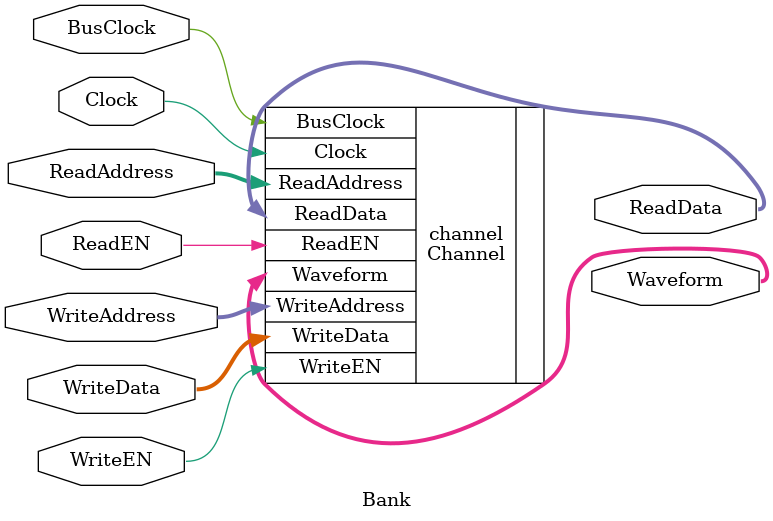
<source format=v>

module Bank #
(
    parameter ADDRESS=0
)
(
    input Clock,
    output signed [23:0] Waveform,

    //== AXI Clock ==
    input BusClock,
    //== AXI Read ==
    input [31:0] ReadAddress,
    output [31:0] ReadData,
    input ReadEN,
    //== AXI Write ==
    input [31:0] WriteAddress,
    input [31:0] WriteData,
    input WriteEN
);
    Channel #(.ADDRESS(ADDRESS)) channel
    (
        .Clock(Clock),
        .Waveform(Waveform),
        //== AXI Clock ==
        .BusClock(BusClock),
        //== AXI Read ==
        .ReadAddress(ReadAddress),
        .ReadData(ReadData),
        .ReadEN(ReadEN),
        //== AXI Write ==
        .WriteAddress(WriteAddress),
        .WriteData(WriteData),
        .WriteEN(WriteEN)
    );

endmodule
</source>
